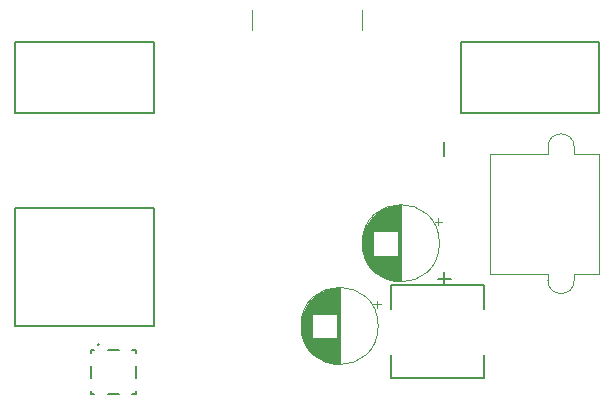
<source format=gbr>
%TF.GenerationSoftware,KiCad,Pcbnew,8.0.4*%
%TF.CreationDate,2024-09-21T01:35:51-04:00*%
%TF.ProjectId,DangerDoughnut,44616e67-6572-4446-9f75-67686e75742e,rev?*%
%TF.SameCoordinates,Original*%
%TF.FileFunction,Legend,Bot*%
%TF.FilePolarity,Positive*%
%FSLAX46Y46*%
G04 Gerber Fmt 4.6, Leading zero omitted, Abs format (unit mm)*
G04 Created by KiCad (PCBNEW 8.0.4) date 2024-09-21 01:35:51*
%MOMM*%
%LPD*%
G01*
G04 APERTURE LIST*
%ADD10C,0.150000*%
%ADD11C,0.152400*%
%ADD12C,0.120000*%
%ADD13C,0.127000*%
G04 APERTURE END LIST*
D10*
X111614700Y-50928571D02*
X111614700Y-52071429D01*
X111614700Y-61928571D02*
X111614700Y-63071429D01*
X112186128Y-62500000D02*
X111043271Y-62500000D01*
D11*
%TO.C,ANT1*%
X81989366Y-68500000D02*
X81700000Y-68500000D01*
X84092164Y-68500000D02*
X83107836Y-68500000D01*
X85500000Y-68500000D02*
X85210634Y-68500000D01*
X85500000Y-68790813D02*
X85500000Y-68500000D01*
X81700000Y-68500000D02*
X81700000Y-68790813D01*
X85500000Y-70894013D02*
X85500000Y-69905987D01*
X81700000Y-69905987D02*
X81700000Y-70894013D01*
X85500000Y-72300000D02*
X85500000Y-72009187D01*
X81700000Y-72009187D02*
X81700000Y-72300000D01*
X81700000Y-72300000D02*
X81989366Y-72300000D01*
X83107836Y-72300000D02*
X84092164Y-72300000D01*
X85210634Y-72300000D02*
X85500000Y-72300000D01*
X82376200Y-68100000D02*
G75*
G02*
X82223800Y-68100000I-76200J0D01*
G01*
X82223800Y-68100000D02*
G75*
G02*
X82376200Y-68100000I76200J0D01*
G01*
D12*
%TO.C,C8*%
X99509000Y-66902000D02*
X99509000Y-66098000D01*
X99549000Y-67133000D02*
X99549000Y-65867000D01*
X99589000Y-67302000D02*
X99589000Y-65698000D01*
X99629000Y-67440000D02*
X99629000Y-65560000D01*
X99669000Y-67559000D02*
X99669000Y-65441000D01*
X99709000Y-67665000D02*
X99709000Y-65335000D01*
X99749000Y-67762000D02*
X99749000Y-65238000D01*
X99789000Y-67850000D02*
X99789000Y-65150000D01*
X99829000Y-67932000D02*
X99829000Y-65068000D01*
X99869000Y-68009000D02*
X99869000Y-64991000D01*
X99909000Y-68081000D02*
X99909000Y-64919000D01*
X99949000Y-68150000D02*
X99949000Y-64850000D01*
X99989000Y-68214000D02*
X99989000Y-64786000D01*
X100029000Y-68276000D02*
X100029000Y-64724000D01*
X100069000Y-68334000D02*
X100069000Y-64666000D01*
X100109000Y-68390000D02*
X100109000Y-64610000D01*
X100149000Y-68444000D02*
X100149000Y-64556000D01*
X100189000Y-68495000D02*
X100189000Y-64505000D01*
X100229000Y-68544000D02*
X100229000Y-64456000D01*
X100269000Y-68592000D02*
X100269000Y-64408000D01*
X100309000Y-68637000D02*
X100309000Y-64363000D01*
X100349000Y-68682000D02*
X100349000Y-64318000D01*
X100389000Y-68724000D02*
X100389000Y-64276000D01*
X100429000Y-68765000D02*
X100429000Y-64235000D01*
X100469000Y-65460000D02*
X100469000Y-64195000D01*
X100469000Y-68805000D02*
X100469000Y-67540000D01*
X100509000Y-65460000D02*
X100509000Y-64157000D01*
X100509000Y-68843000D02*
X100509000Y-67540000D01*
X100549000Y-65460000D02*
X100549000Y-64120000D01*
X100549000Y-68880000D02*
X100549000Y-67540000D01*
X100589000Y-65460000D02*
X100589000Y-64084000D01*
X100589000Y-68916000D02*
X100589000Y-67540000D01*
X100629000Y-65460000D02*
X100629000Y-64050000D01*
X100629000Y-68950000D02*
X100629000Y-67540000D01*
X100669000Y-65460000D02*
X100669000Y-64016000D01*
X100669000Y-68984000D02*
X100669000Y-67540000D01*
X100709000Y-65460000D02*
X100709000Y-63984000D01*
X100709000Y-69016000D02*
X100709000Y-67540000D01*
X100749000Y-65460000D02*
X100749000Y-63952000D01*
X100749000Y-69048000D02*
X100749000Y-67540000D01*
X100789000Y-65460000D02*
X100789000Y-63922000D01*
X100789000Y-69078000D02*
X100789000Y-67540000D01*
X100829000Y-65460000D02*
X100829000Y-63893000D01*
X100829000Y-69107000D02*
X100829000Y-67540000D01*
X100869000Y-65460000D02*
X100869000Y-63864000D01*
X100869000Y-69136000D02*
X100869000Y-67540000D01*
X100909000Y-65460000D02*
X100909000Y-63836000D01*
X100909000Y-69164000D02*
X100909000Y-67540000D01*
X100949000Y-65460000D02*
X100949000Y-63810000D01*
X100949000Y-69190000D02*
X100949000Y-67540000D01*
X100989000Y-65460000D02*
X100989000Y-63784000D01*
X100989000Y-69216000D02*
X100989000Y-67540000D01*
X101029000Y-65460000D02*
X101029000Y-63758000D01*
X101029000Y-69242000D02*
X101029000Y-67540000D01*
X101069000Y-65460000D02*
X101069000Y-63734000D01*
X101069000Y-69266000D02*
X101069000Y-67540000D01*
X101109000Y-65460000D02*
X101109000Y-63710000D01*
X101109000Y-69290000D02*
X101109000Y-67540000D01*
X101149000Y-65460000D02*
X101149000Y-63688000D01*
X101149000Y-69312000D02*
X101149000Y-67540000D01*
X101189000Y-65460000D02*
X101189000Y-63666000D01*
X101189000Y-69334000D02*
X101189000Y-67540000D01*
X101229000Y-65460000D02*
X101229000Y-63644000D01*
X101229000Y-69356000D02*
X101229000Y-67540000D01*
X101269000Y-65460000D02*
X101269000Y-63624000D01*
X101269000Y-69376000D02*
X101269000Y-67540000D01*
X101309000Y-65460000D02*
X101309000Y-63604000D01*
X101309000Y-69396000D02*
X101309000Y-67540000D01*
X101349000Y-65460000D02*
X101349000Y-63584000D01*
X101349000Y-69416000D02*
X101349000Y-67540000D01*
X101389000Y-65460000D02*
X101389000Y-63566000D01*
X101389000Y-69434000D02*
X101389000Y-67540000D01*
X101429000Y-65460000D02*
X101429000Y-63548000D01*
X101429000Y-69452000D02*
X101429000Y-67540000D01*
X101469000Y-65460000D02*
X101469000Y-63530000D01*
X101469000Y-69470000D02*
X101469000Y-67540000D01*
X101509000Y-65460000D02*
X101509000Y-63514000D01*
X101509000Y-69486000D02*
X101509000Y-67540000D01*
X101549000Y-65460000D02*
X101549000Y-63498000D01*
X101549000Y-69502000D02*
X101549000Y-67540000D01*
X101589000Y-65460000D02*
X101589000Y-63482000D01*
X101589000Y-69518000D02*
X101589000Y-67540000D01*
X101629000Y-65460000D02*
X101629000Y-63467000D01*
X101629000Y-69533000D02*
X101629000Y-67540000D01*
X101669000Y-65460000D02*
X101669000Y-63453000D01*
X101669000Y-69547000D02*
X101669000Y-67540000D01*
X101709000Y-65460000D02*
X101709000Y-63439000D01*
X101709000Y-69561000D02*
X101709000Y-67540000D01*
X101749000Y-65460000D02*
X101749000Y-63426000D01*
X101749000Y-69574000D02*
X101749000Y-67540000D01*
X101789000Y-65460000D02*
X101789000Y-63414000D01*
X101789000Y-69586000D02*
X101789000Y-67540000D01*
X101829000Y-65460000D02*
X101829000Y-63402000D01*
X101829000Y-69598000D02*
X101829000Y-67540000D01*
X101869000Y-65460000D02*
X101869000Y-63390000D01*
X101869000Y-69610000D02*
X101869000Y-67540000D01*
X101909000Y-65460000D02*
X101909000Y-63379000D01*
X101909000Y-69621000D02*
X101909000Y-67540000D01*
X101949000Y-65460000D02*
X101949000Y-63369000D01*
X101949000Y-69631000D02*
X101949000Y-67540000D01*
X101989000Y-65460000D02*
X101989000Y-63359000D01*
X101989000Y-69641000D02*
X101989000Y-67540000D01*
X102029000Y-65460000D02*
X102029000Y-63350000D01*
X102029000Y-69650000D02*
X102029000Y-67540000D01*
X102070000Y-65460000D02*
X102070000Y-63341000D01*
X102070000Y-69659000D02*
X102070000Y-67540000D01*
X102110000Y-65460000D02*
X102110000Y-63333000D01*
X102110000Y-69667000D02*
X102110000Y-67540000D01*
X102150000Y-65460000D02*
X102150000Y-63325000D01*
X102150000Y-69675000D02*
X102150000Y-67540000D01*
X102190000Y-65460000D02*
X102190000Y-63318000D01*
X102190000Y-69682000D02*
X102190000Y-67540000D01*
X102230000Y-65460000D02*
X102230000Y-63311000D01*
X102230000Y-69689000D02*
X102230000Y-67540000D01*
X102270000Y-65460000D02*
X102270000Y-63305000D01*
X102270000Y-69695000D02*
X102270000Y-67540000D01*
X102310000Y-65460000D02*
X102310000Y-63299000D01*
X102310000Y-69701000D02*
X102310000Y-67540000D01*
X102350000Y-65460000D02*
X102350000Y-63294000D01*
X102350000Y-69706000D02*
X102350000Y-67540000D01*
X102390000Y-65460000D02*
X102390000Y-63289000D01*
X102390000Y-69711000D02*
X102390000Y-67540000D01*
X102430000Y-65460000D02*
X102430000Y-63285000D01*
X102430000Y-69715000D02*
X102430000Y-67540000D01*
X102470000Y-65460000D02*
X102470000Y-63282000D01*
X102470000Y-69718000D02*
X102470000Y-67540000D01*
X102510000Y-65460000D02*
X102510000Y-63278000D01*
X102510000Y-69722000D02*
X102510000Y-67540000D01*
X102550000Y-69724000D02*
X102550000Y-63276000D01*
X102590000Y-69727000D02*
X102590000Y-63273000D01*
X102630000Y-69728000D02*
X102630000Y-63272000D01*
X102670000Y-69730000D02*
X102670000Y-63270000D01*
X102710000Y-69730000D02*
X102710000Y-63270000D01*
X102750000Y-69730000D02*
X102750000Y-63270000D01*
X105620241Y-64661000D02*
X106250241Y-64661000D01*
X105935241Y-64976000D02*
X105935241Y-64346000D01*
X106020000Y-66500000D02*
G75*
G02*
X99480000Y-66500000I-3270000J0D01*
G01*
X99480000Y-66500000D02*
G75*
G02*
X106020000Y-66500000I3270000J0D01*
G01*
D13*
%TO.C,J3*%
X75300000Y-42500000D02*
X87000000Y-42500000D01*
X75300000Y-48500000D02*
X75300000Y-42500000D01*
X87000000Y-42500000D02*
X87000000Y-48500000D01*
X87000000Y-48500000D02*
X75300000Y-48500000D01*
D12*
%TO.C,C29*%
X104691380Y-59902000D02*
X104691380Y-59098000D01*
X104731380Y-60132999D02*
X104731380Y-58867000D01*
X104771380Y-60302000D02*
X104771380Y-58698000D01*
X104811380Y-60440000D02*
X104811380Y-58560000D01*
X104851380Y-60559000D02*
X104851380Y-58441000D01*
X104891380Y-60665000D02*
X104891380Y-58335000D01*
X104931380Y-60762000D02*
X104931380Y-58238000D01*
X104971380Y-60850000D02*
X104971380Y-58150000D01*
X105011381Y-60932000D02*
X105011380Y-58068000D01*
X105051380Y-61009001D02*
X105051380Y-57991000D01*
X105091380Y-61081000D02*
X105091380Y-57919001D01*
X105131380Y-61150000D02*
X105131380Y-57850000D01*
X105171380Y-61214000D02*
X105171380Y-57786000D01*
X105211380Y-61276000D02*
X105211380Y-57724000D01*
X105251379Y-61334000D02*
X105251380Y-57666000D01*
X105291380Y-61390000D02*
X105291380Y-57610000D01*
X105331380Y-61444000D02*
X105331380Y-57556000D01*
X105371380Y-61495000D02*
X105371380Y-57505000D01*
X105411380Y-61544000D02*
X105411380Y-57456000D01*
X105451380Y-61592000D02*
X105451380Y-57408000D01*
X105491379Y-61637000D02*
X105491380Y-57363000D01*
X105531380Y-61682000D02*
X105531380Y-57318000D01*
X105571380Y-61724000D02*
X105571380Y-57276000D01*
X105611380Y-61765000D02*
X105611380Y-57235000D01*
X105651380Y-58460000D02*
X105651380Y-57195000D01*
X105651380Y-61805000D02*
X105651380Y-60540000D01*
X105691380Y-58460000D02*
X105691380Y-57157000D01*
X105691380Y-61843000D02*
X105691380Y-60540000D01*
X105731380Y-58460000D02*
X105731380Y-57120000D01*
X105731380Y-61880000D02*
X105731380Y-60540000D01*
X105771380Y-58460000D02*
X105771380Y-57084000D01*
X105771380Y-61916000D02*
X105771380Y-60540000D01*
X105811380Y-58460000D02*
X105811380Y-57050000D01*
X105811380Y-61950000D02*
X105811380Y-60540000D01*
X105851380Y-58460000D02*
X105851380Y-57016000D01*
X105851381Y-61984000D02*
X105851380Y-60540000D01*
X105891380Y-58460000D02*
X105891380Y-56984000D01*
X105891380Y-62016000D02*
X105891380Y-60540000D01*
X105931380Y-58460000D02*
X105931380Y-56952000D01*
X105931380Y-62048000D02*
X105931380Y-60540000D01*
X105971380Y-58460000D02*
X105971380Y-56922000D01*
X105971380Y-62078000D02*
X105971380Y-60540000D01*
X106011380Y-58460000D02*
X106011380Y-56893000D01*
X106011380Y-62107000D02*
X106011380Y-60540000D01*
X106051380Y-58460000D02*
X106051380Y-56864000D01*
X106051380Y-62136000D02*
X106051379Y-60540000D01*
X106091380Y-58460000D02*
X106091380Y-56836000D01*
X106091380Y-62164000D02*
X106091380Y-60540000D01*
X106131380Y-58460000D02*
X106131381Y-56810000D01*
X106131380Y-62190000D02*
X106131380Y-60540000D01*
X106171380Y-58460000D02*
X106171380Y-56784000D01*
X106171380Y-62216000D02*
X106171381Y-60540000D01*
X106211380Y-58460000D02*
X106211380Y-56758000D01*
X106211380Y-62242000D02*
X106211380Y-60539999D01*
X106251380Y-58460001D02*
X106251380Y-56734000D01*
X106251380Y-62266000D02*
X106251380Y-60540000D01*
X106291380Y-58460000D02*
X106291380Y-56710000D01*
X106291380Y-62290000D02*
X106291380Y-60540000D01*
X106331380Y-58460000D02*
X106331380Y-56687999D01*
X106331380Y-62312000D02*
X106331380Y-60540000D01*
X106371380Y-58460000D02*
X106371380Y-56666000D01*
X106371380Y-62334000D02*
X106371380Y-60540000D01*
X106411380Y-58460001D02*
X106411380Y-56644000D01*
X106411380Y-62356000D02*
X106411380Y-60540000D01*
X106451380Y-58460000D02*
X106451380Y-56624001D01*
X106451380Y-62376000D02*
X106451380Y-60540000D01*
X106491380Y-58460000D02*
X106491380Y-56604000D01*
X106491380Y-62396000D02*
X106491380Y-60540000D01*
X106531380Y-58460000D02*
X106531380Y-56584000D01*
X106531380Y-62416000D02*
X106531380Y-60540000D01*
X106571380Y-58460000D02*
X106571380Y-56566000D01*
X106571380Y-62434000D02*
X106571380Y-60540000D01*
X106611380Y-58460000D02*
X106611380Y-56548000D01*
X106611380Y-62452000D02*
X106611380Y-60540000D01*
X106651380Y-58460000D02*
X106651380Y-56530000D01*
X106651380Y-62470000D02*
X106651380Y-60540000D01*
X106691380Y-58460000D02*
X106691380Y-56514000D01*
X106691380Y-62486000D02*
X106691380Y-60540000D01*
X106731380Y-58460000D02*
X106731380Y-56498000D01*
X106731380Y-62502000D02*
X106731380Y-60540000D01*
X106771380Y-58459999D02*
X106771380Y-56482000D01*
X106771380Y-62518000D02*
X106771380Y-60540000D01*
X106811380Y-58460000D02*
X106811380Y-56467000D01*
X106811380Y-62533000D02*
X106811380Y-60540000D01*
X106851380Y-58460000D02*
X106851381Y-56453000D01*
X106851380Y-62547000D02*
X106851380Y-60540000D01*
X106891380Y-58460000D02*
X106891380Y-56439000D01*
X106891380Y-62561000D02*
X106891380Y-60540000D01*
X106931380Y-58459999D02*
X106931380Y-56426000D01*
X106931380Y-62574000D02*
X106931380Y-60540000D01*
X106971380Y-58460000D02*
X106971380Y-56414000D01*
X106971380Y-62586000D02*
X106971380Y-60540000D01*
X107011380Y-58460000D02*
X107011380Y-56402000D01*
X107011380Y-62598000D02*
X107011380Y-60540000D01*
X107051380Y-58460000D02*
X107051380Y-56390000D01*
X107051380Y-62610000D02*
X107051380Y-60540000D01*
X107091380Y-58460000D02*
X107091380Y-56379000D01*
X107091380Y-62621000D02*
X107091380Y-60540000D01*
X107131380Y-58460000D02*
X107131380Y-56369000D01*
X107131380Y-62631000D02*
X107131380Y-60540000D01*
X107171380Y-58460000D02*
X107171380Y-56359000D01*
X107171380Y-62641000D02*
X107171380Y-60540000D01*
X107211380Y-58460000D02*
X107211380Y-56350000D01*
X107211380Y-62650000D02*
X107211380Y-60540001D01*
X107252380Y-58460000D02*
X107252381Y-56341000D01*
X107252380Y-62659000D02*
X107252380Y-60540000D01*
X107292380Y-58460000D02*
X107292380Y-56333000D01*
X107292380Y-62667000D02*
X107292380Y-60540000D01*
X107332380Y-58460000D02*
X107332380Y-56325000D01*
X107332380Y-62675000D02*
X107332380Y-60540000D01*
X107372380Y-58460000D02*
X107372380Y-56318001D01*
X107372380Y-62682000D02*
X107372379Y-60540000D01*
X107412380Y-58460000D02*
X107412380Y-56311000D01*
X107412380Y-62689000D02*
X107412379Y-60540000D01*
X107452380Y-58460000D02*
X107452380Y-56305000D01*
X107452380Y-62695000D02*
X107452380Y-60540000D01*
X107492380Y-58460000D02*
X107492380Y-56299000D01*
X107492380Y-62701000D02*
X107492381Y-60540000D01*
X107532380Y-58460000D02*
X107532380Y-56294000D01*
X107532381Y-62706000D02*
X107532380Y-60539999D01*
X107572380Y-58460000D02*
X107572380Y-56289001D01*
X107572380Y-62711000D02*
X107572380Y-60540000D01*
X107612380Y-58460000D02*
X107612380Y-56285000D01*
X107612380Y-62715000D02*
X107612380Y-60540000D01*
X107652380Y-58460000D02*
X107652380Y-56282000D01*
X107652380Y-62718000D02*
X107652380Y-60540000D01*
X107692380Y-58460000D02*
X107692380Y-56278001D01*
X107692381Y-62722000D02*
X107692380Y-60539999D01*
X107732380Y-62724000D02*
X107732380Y-56276001D01*
X107772381Y-62727000D02*
X107772380Y-56273000D01*
X107812380Y-62727999D02*
X107812379Y-56272000D01*
X107852380Y-62730000D02*
X107852380Y-56270000D01*
X107892380Y-62730000D02*
X107892380Y-56270000D01*
X107932380Y-62730000D02*
X107932380Y-56270000D01*
X110802621Y-57661000D02*
X111432621Y-57661000D01*
X111117620Y-57976000D02*
X111117621Y-57346000D01*
X111202380Y-59500000D02*
G75*
G02*
X104662380Y-59500000I-3270000J0D01*
G01*
X104662380Y-59500000D02*
G75*
G02*
X111202380Y-59500000I3270000J0D01*
G01*
D11*
%TO.C,L1*%
X107063000Y-63063000D02*
X107063000Y-65041660D01*
X107063000Y-68958340D02*
X107063000Y-70937000D01*
X107063000Y-70937000D02*
X114937000Y-70937000D01*
X114937000Y-63063000D02*
X107063000Y-63063000D01*
X114937000Y-65041660D02*
X114937000Y-63063000D01*
X114937000Y-70937000D02*
X114937000Y-68958340D01*
D13*
%TO.C,J2*%
X113000000Y-42500000D02*
X124700000Y-42500000D01*
X113000000Y-48500000D02*
X113000000Y-42500000D01*
X124700000Y-42500000D02*
X124700000Y-48500000D01*
X124700000Y-48500000D02*
X113000000Y-48500000D01*
D12*
%TO.C,J6*%
X95330000Y-41475000D02*
X95330000Y-39775000D01*
X104670000Y-41475000D02*
X104670000Y-39775000D01*
D13*
%TO.C,J4*%
X75300000Y-56500000D02*
X87000000Y-56500000D01*
X75300000Y-66500000D02*
X75300000Y-56500000D01*
X87000000Y-56500000D02*
X87000000Y-66500000D01*
X87000000Y-66500000D02*
X75300000Y-66500000D01*
D12*
%TO.C,J1*%
X115490000Y-51940000D02*
X115490000Y-62060000D01*
X115490000Y-51940000D02*
X120390000Y-51940000D01*
X115490000Y-62060000D02*
X120390000Y-62060000D01*
X120390000Y-51350000D02*
X120390000Y-51940000D01*
X120390000Y-62060000D02*
X120390000Y-62650000D01*
X122610000Y-51350000D02*
X122610000Y-51940000D01*
X122610000Y-51940000D02*
X124710000Y-51940000D01*
X122610000Y-62060000D02*
X122610000Y-62650000D01*
X122610000Y-62060000D02*
X124710000Y-62060000D01*
X124710000Y-51940000D02*
X124710000Y-62060000D01*
X120390000Y-51350000D02*
G75*
G02*
X122610000Y-51350000I1110000J0D01*
G01*
X122610000Y-62650000D02*
G75*
G02*
X120390000Y-62650000I-1110000J0D01*
G01*
%TD*%
M02*

</source>
